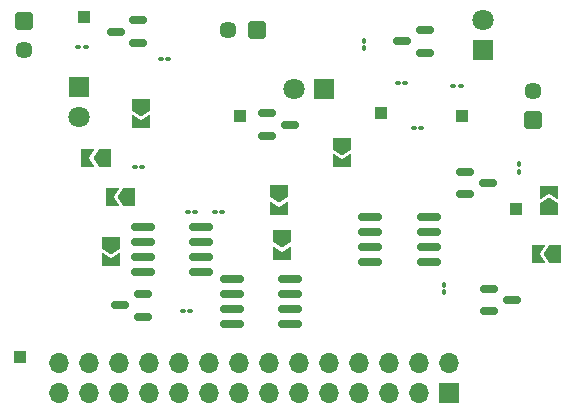
<source format=gbr>
%TF.GenerationSoftware,KiCad,Pcbnew,(7.0.0-0)*%
%TF.CreationDate,2024-03-24T23:26:04+02:00*%
%TF.ProjectId,MicroMouse Sensor ,4d696372-6f4d-46f7-9573-652053656e73,rev?*%
%TF.SameCoordinates,Original*%
%TF.FileFunction,Soldermask,Top*%
%TF.FilePolarity,Negative*%
%FSLAX46Y46*%
G04 Gerber Fmt 4.6, Leading zero omitted, Abs format (unit mm)*
G04 Created by KiCad (PCBNEW (7.0.0-0)) date 2024-03-24 23:26:04*
%MOMM*%
%LPD*%
G01*
G04 APERTURE LIST*
G04 Aperture macros list*
%AMRoundRect*
0 Rectangle with rounded corners*
0 $1 Rounding radius*
0 $2 $3 $4 $5 $6 $7 $8 $9 X,Y pos of 4 corners*
0 Add a 4 corners polygon primitive as box body*
4,1,4,$2,$3,$4,$5,$6,$7,$8,$9,$2,$3,0*
0 Add four circle primitives for the rounded corners*
1,1,$1+$1,$2,$3*
1,1,$1+$1,$4,$5*
1,1,$1+$1,$6,$7*
1,1,$1+$1,$8,$9*
0 Add four rect primitives between the rounded corners*
20,1,$1+$1,$2,$3,$4,$5,0*
20,1,$1+$1,$4,$5,$6,$7,0*
20,1,$1+$1,$6,$7,$8,$9,0*
20,1,$1+$1,$8,$9,$2,$3,0*%
%AMFreePoly0*
4,1,6,1.000000,0.000000,0.500000,-0.750000,-0.500000,-0.750000,-0.500000,0.750000,0.500000,0.750000,1.000000,0.000000,1.000000,0.000000,$1*%
%AMFreePoly1*
4,1,6,0.500000,-0.750000,-0.650000,-0.750000,-0.150000,0.000000,-0.650000,0.750000,0.500000,0.750000,0.500000,-0.750000,0.500000,-0.750000,$1*%
G04 Aperture macros list end*
%ADD10C,1.454000*%
%ADD11RoundRect,0.102000X0.625000X-0.625000X0.625000X0.625000X-0.625000X0.625000X-0.625000X-0.625000X0*%
%ADD12RoundRect,0.102000X0.625000X0.625000X-0.625000X0.625000X-0.625000X-0.625000X0.625000X-0.625000X0*%
%ADD13RoundRect,0.102000X-0.625000X0.625000X-0.625000X-0.625000X0.625000X-0.625000X0.625000X0.625000X0*%
%ADD14RoundRect,0.100000X0.100000X-0.130000X0.100000X0.130000X-0.100000X0.130000X-0.100000X-0.130000X0*%
%ADD15R,1.000000X1.000000*%
%ADD16RoundRect,0.100000X0.130000X0.100000X-0.130000X0.100000X-0.130000X-0.100000X0.130000X-0.100000X0*%
%ADD17FreePoly0,180.000000*%
%ADD18FreePoly1,180.000000*%
%ADD19RoundRect,0.150000X0.587500X0.150000X-0.587500X0.150000X-0.587500X-0.150000X0.587500X-0.150000X0*%
%ADD20FreePoly0,270.000000*%
%ADD21FreePoly1,270.000000*%
%ADD22RoundRect,0.150000X0.825000X0.150000X-0.825000X0.150000X-0.825000X-0.150000X0.825000X-0.150000X0*%
%ADD23R,1.800000X1.800000*%
%ADD24C,1.800000*%
%ADD25RoundRect,0.150000X-0.587500X-0.150000X0.587500X-0.150000X0.587500X0.150000X-0.587500X0.150000X0*%
%ADD26RoundRect,0.100000X-0.100000X0.130000X-0.100000X-0.130000X0.100000X-0.130000X0.100000X0.130000X0*%
%ADD27FreePoly0,90.000000*%
%ADD28FreePoly1,90.000000*%
%ADD29RoundRect,0.150000X-0.825000X-0.150000X0.825000X-0.150000X0.825000X0.150000X-0.825000X0.150000X0*%
%ADD30RoundRect,0.100000X-0.130000X-0.100000X0.130000X-0.100000X0.130000X0.100000X-0.130000X0.100000X0*%
%ADD31R,1.700000X1.700000*%
%ADD32O,1.700000X1.700000*%
G04 APERTURE END LIST*
D10*
%TO.C,D6_Right1*%
X247650000Y-97068000D03*
D11*
X247650000Y-99568000D03*
%TD*%
D12*
%TO.C,D6_Front1*%
X224314172Y-91897000D03*
D10*
X221814172Y-91897000D03*
%TD*%
D13*
%TO.C,D6_Left1*%
X204615672Y-91167000D03*
D10*
X204615672Y-93667000D03*
%TD*%
D14*
%TO.C,R9*%
X240175672Y-114144000D03*
X240175672Y-113504000D03*
%TD*%
D15*
%TO.C,TP6*%
X209695671Y-90872999D03*
%TD*%
D16*
%TO.C,R3*%
X236848672Y-96461000D03*
X236208672Y-96461000D03*
%TD*%
D17*
%TO.C,JP6*%
X211399672Y-102811000D03*
D18*
X209949672Y-102811000D03*
%TD*%
D19*
%TO.C,Q6*%
X214267672Y-93027000D03*
X214267672Y-91127000D03*
X212392672Y-92077000D03*
%TD*%
D20*
%TO.C,JP18LO1*%
X226205672Y-105605000D03*
D21*
X226205672Y-107055000D03*
%TD*%
D22*
%TO.C,U3*%
X227124836Y-116830500D03*
X227124836Y-115560500D03*
X227124836Y-114290500D03*
X227124836Y-113020500D03*
X222174836Y-113020500D03*
X222174836Y-114290500D03*
X222174836Y-115560500D03*
X222174836Y-116830500D03*
%TD*%
D23*
%TO.C,D3_Left1*%
X209218671Y-96734999D03*
D24*
X209218672Y-99275000D03*
%TD*%
D16*
%TO.C,R5*%
X218651672Y-115765000D03*
X218011672Y-115765000D03*
%TD*%
D20*
%TO.C,JP17FO1*%
X211981672Y-109960000D03*
D21*
X211981672Y-111410000D03*
%TD*%
D19*
%TO.C,Q2*%
X236619672Y-92905000D03*
X238494672Y-91955000D03*
X238494672Y-93855000D03*
%TD*%
D15*
%TO.C,TP4*%
X222903671Y-99254999D03*
%TD*%
D17*
%TO.C,JP11*%
X213468672Y-106113000D03*
D18*
X212018672Y-106113000D03*
%TD*%
D25*
%TO.C,Q5*%
X245860672Y-114777459D03*
X243985672Y-115727459D03*
X243985672Y-113827459D03*
%TD*%
D22*
%TO.C,U1*%
X219601672Y-112463000D03*
X219601672Y-111193000D03*
X219601672Y-109923000D03*
X219601672Y-108653000D03*
X214651672Y-108653000D03*
X214651672Y-109923000D03*
X214651672Y-111193000D03*
X214651672Y-112463000D03*
%TD*%
D17*
%TO.C,JP3*%
X249573672Y-110939000D03*
D18*
X248123672Y-110939000D03*
%TD*%
D15*
%TO.C,TP2*%
X204215999Y-119633999D03*
%TD*%
D20*
%TO.C,JP16RO1*%
X226459672Y-109415000D03*
D21*
X226459672Y-110865000D03*
%TD*%
D16*
%TO.C,R6*%
X209827672Y-93413000D03*
X209187672Y-93413000D03*
%TD*%
D15*
%TO.C,TP3*%
X234841671Y-99000999D03*
%TD*%
D16*
%TO.C,R2*%
X238209672Y-100271000D03*
X237569672Y-100271000D03*
%TD*%
D19*
%TO.C,Q3*%
X212743672Y-115257000D03*
X214618672Y-114307000D03*
X214618672Y-116207000D03*
%TD*%
D23*
%TO.C,D1_Front1*%
X230015671Y-96968999D03*
D24*
X227475672Y-96969000D03*
%TD*%
D20*
%TO.C,JP15*%
X214521672Y-98313000D03*
D21*
X214521672Y-99763000D03*
%TD*%
D16*
%TO.C,R1*%
X240937672Y-96715000D03*
X241577672Y-96715000D03*
%TD*%
D26*
%TO.C,R10*%
X246525672Y-103959000D03*
X246525672Y-103319000D03*
%TD*%
D25*
%TO.C,Q1*%
X241953672Y-103959000D03*
X241953672Y-105859000D03*
X243828672Y-104909000D03*
%TD*%
D16*
%TO.C,R11*%
X219068672Y-107383000D03*
X218428672Y-107383000D03*
%TD*%
D23*
%TO.C,D2_Right1*%
X243446671Y-93646999D03*
D24*
X243446672Y-91107000D03*
%TD*%
D14*
%TO.C,R4*%
X233363672Y-93479000D03*
X233363672Y-92839000D03*
%TD*%
D16*
%TO.C,R7*%
X220739672Y-107383000D03*
X221379672Y-107383000D03*
%TD*%
D20*
%TO.C,JP16*%
X231539672Y-101578000D03*
D21*
X231539672Y-103028000D03*
%TD*%
D27*
%TO.C,JP9*%
X249065672Y-107129000D03*
D28*
X249065672Y-105679000D03*
%TD*%
D29*
%TO.C,U2*%
X233890672Y-107764000D03*
X233890672Y-109034000D03*
X233890672Y-110304000D03*
X233890672Y-111574000D03*
X238840672Y-111574000D03*
X238840672Y-110304000D03*
X238840672Y-109034000D03*
X238840672Y-107764000D03*
%TD*%
D15*
%TO.C,TP5*%
X246271671Y-107128999D03*
%TD*%
D30*
%TO.C,R8*%
X216142672Y-94429000D03*
X216782672Y-94429000D03*
%TD*%
D15*
%TO.C,TP1*%
X241699671Y-99254999D03*
%TD*%
D30*
%TO.C,R12*%
X213947672Y-103573000D03*
X214587672Y-103573000D03*
%TD*%
D25*
%TO.C,Q4*%
X225189672Y-99001000D03*
X225189672Y-100901000D03*
X227064672Y-99951000D03*
%TD*%
D31*
%TO.C,J1*%
X240537999Y-122681999D03*
D32*
X240537999Y-120141999D03*
X237997999Y-122681999D03*
X237997999Y-120141999D03*
X235457999Y-122681999D03*
X235457999Y-120141999D03*
X232917999Y-122681999D03*
X232917999Y-120141999D03*
X230377999Y-122681999D03*
X230377999Y-120141999D03*
X227837999Y-122681999D03*
X227837999Y-120141999D03*
X225297999Y-122681999D03*
X225297999Y-120141999D03*
X222757999Y-122681999D03*
X222757999Y-120141999D03*
X220217999Y-122681999D03*
X220217999Y-120141999D03*
X217677999Y-122681999D03*
X217677999Y-120141999D03*
X215137999Y-122681999D03*
X215137999Y-120141999D03*
X212597999Y-122681999D03*
X212597999Y-120141999D03*
X210057999Y-122681999D03*
X210057999Y-120141999D03*
X207517999Y-122681999D03*
X207517999Y-120141999D03*
%TD*%
M02*

</source>
